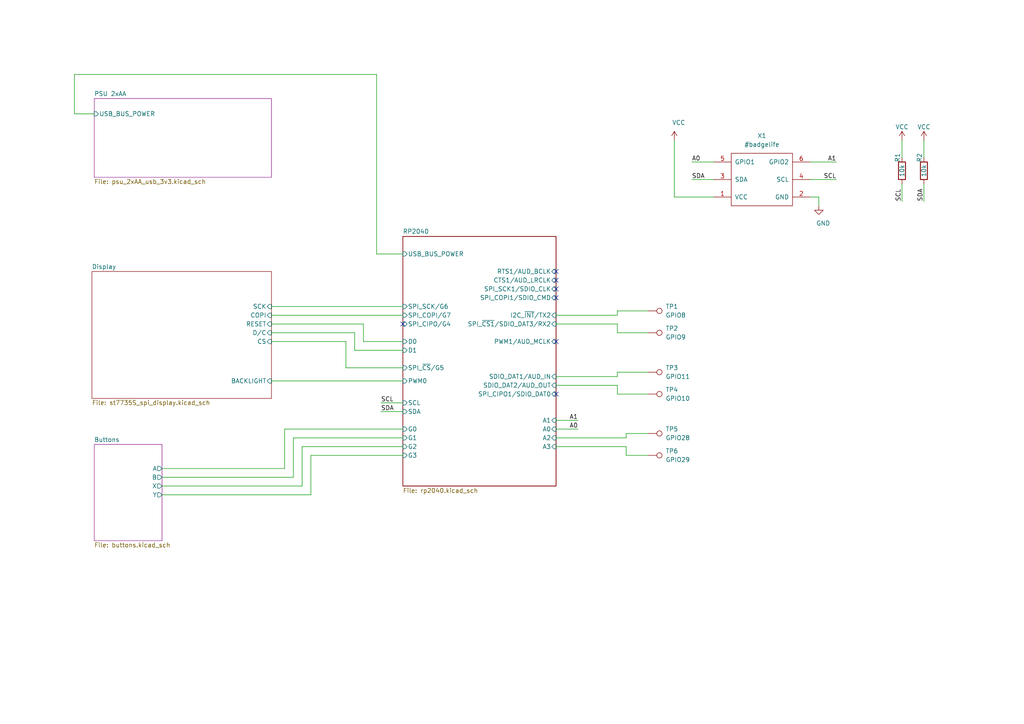
<source format=kicad_sch>
(kicad_sch (version 20211123) (generator eeschema)
  (paper "A4")
  (title_block (title "BornHack 2022 - Game on badge") (date "2022-06-12") (rev "1.0") (company "BornHack") (comment 1 "CC-BY-SA"))
  (lib_symbols
    (symbol "Connector:TestPoint" (pin_numbers hide) (pin_names (offset 0.762) hide)
      (property "Reference" "TP" (at 0 6.858 0))
      (property "Value" "TestPoint" (at 0 5.08 0))
      (symbol "TestPoint_0_1"
        (circle (center 0 3.302) (radius 0.762))
      )
      (symbol "TestPoint_1_1"
        (pin passive line (at 0 0 90) (length 2.54) (name "1") (number "1"))
      )
    )
    (symbol "badgelife_shitty_addon_v169bis:Badgelife_sao_connector_v169bis" (pin_names (offset 1.016))
      (property "Reference" "X" (at 0 0 0))
      (property "Value" "Badgelife_sao_connector_v169bis" (at 0 20.32 0))
      (symbol "Badgelife_sao_connector_v169bis_0_1"
        (rectangle (start -7.62 8.89) (end 7.62 -8.89))
      )
      (symbol "Badgelife_sao_connector_v169bis_1_1"
        (pin input line (at -5.08 13.97 270) (length 5.08) (name "VCC") (number "1"))
        (pin input line (at -5.08 -13.97 90) (length 5.08) (name "GND") (number "2"))
        (pin input line (at 0 13.97 270) (length 5.08) (name "SDA") (number "3"))
        (pin input line (at 0 -13.97 90) (length 5.08) (name "SCL") (number "4"))
        (pin input line (at 5.08 13.97 270) (length 5.08) (name "GPIO1") (number "5"))
        (pin input line (at 5.08 -13.97 90) (length 5.08) (name "GPIO2") (number "6"))
      )
    )
    (symbol "charliedistance-rescue:R-device" (pin_numbers hide) (pin_names (offset 0))
      (property "Reference" "R" (at 2.032 0 90))
      (property "Value" "R-device" (at 0 0 90))
      (symbol "R-device_0_1"
        (rectangle (start -1.016 -2.54) (end 1.016 2.54) (stroke (width 0.254)))
      )
      (symbol "R-device_1_1"
        (pin passive line (at 0 3.81 270) (length 1.27) (name "~") (number "1"))
        (pin passive line (at 0 -3.81 90) (length 1.27) (name "~") (number "2"))
      )
    )
    (symbol "power:GND" (power) (pin_names (offset 0))
      (property "Value" "GND" (at 0 -3.81 0))
      (symbol "GND_0_1"
        (polyline (pts (xy 0 0) (xy 0 -1.27) (xy 1.27 -1.27) (xy 0 -2.54) (xy -1.27 -1.27) (xy 0 -1.27)))
      )
      (symbol "GND_1_1"
        (pin power_in line (at 0 0 270) (length 0) hide (name "GND") (number "1"))
      )
    )
    (symbol "power:VCC" (power) (pin_names (offset 0))
      (property "Value" "VCC" (at 0 3.81 0))
      (symbol "VCC_0_1"
        (polyline (pts (xy -0.762 1.27) (xy 0 2.54)))
        (polyline (pts (xy 0 0) (xy 0 2.54)))
        (polyline (pts (xy 0 2.54) (xy 0.762 1.27)))
      )
      (symbol "VCC_1_1"
        (pin power_in line (at 0 0 90) (length 0) hide (name "VCC") (number "1"))
      )
    )
  )
  (no_connect (at 161.29 114.3))
  (no_connect (at 161.29 99.06))
  (no_connect (at 161.29 86.36))
  (no_connect (at 116.84 93.98))
  (no_connect (at 161.29 78.74))
  (no_connect (at 161.29 81.28))
  (no_connect (at 161.29 83.82))
  (wire (pts (xy 102.87 101.6) (xy 102.87 96.52)))
  (wire (pts (xy 110.49 116.84) (xy 116.84 116.84)))
  (wire (pts (xy 234.95 57.15) (xy 237.49 57.15)))
  (wire (pts (xy 267.97 53.34) (xy 267.97 58.42)))
  (wire (pts (xy 46.99 140.97) (xy 87.63 140.97)))
  (wire (pts (xy 46.99 135.89) (xy 82.55 135.89)))
  (wire (pts (xy 267.97 40.64) (xy 267.97 45.72)))
  (wire (pts (xy 105.41 99.06) (xy 116.84 99.06)))
  (wire (pts (xy 234.95 46.99) (xy 242.57 46.99)))
  (wire (pts (xy 179.07 96.52) (xy 187.96 96.52)))
  (wire (pts (xy 181.61 132.08) (xy 187.96 132.08)))
  (wire (pts (xy 110.49 119.38) (xy 116.84 119.38)))
  (wire (pts (xy 116.84 101.6) (xy 102.87 101.6)))
  (wire (pts (xy 200.66 46.99) (xy 207.01 46.99)))
  (wire (pts (xy 82.55 124.46) (xy 82.55 135.89)))
  (wire (pts (xy 109.22 73.66) (xy 116.84 73.66)))
  (wire (pts (xy 195.58 57.15) (xy 207.01 57.15)))
  (wire (pts (xy 21.59 21.59) (xy 109.22 21.59)))
  (wire (pts (xy 105.41 93.98) (xy 105.41 99.06)))
  (wire (pts (xy 161.29 127) (xy 181.61 127)))
  (wire (pts (xy 179.07 90.17) (xy 187.96 90.17)))
  (wire (pts (xy 27.305 33.02) (xy 21.59 33.02)))
  (wire (pts (xy 85.09 127) (xy 116.84 127)))
  (wire (pts (xy 181.61 127) (xy 181.61 125.73)))
  (wire (pts (xy 200.66 52.07) (xy 207.01 52.07)))
  (wire (pts (xy 78.74 99.06) (xy 100.33 99.06)))
  (wire (pts (xy 102.87 96.52) (xy 78.74 96.52)))
  (wire (pts (xy 90.17 132.08) (xy 116.84 132.08)))
  (wire (pts (xy 21.59 33.02) (xy 21.59 21.59)))
  (wire (pts (xy 161.29 111.76) (xy 179.07 111.76)))
  (wire (pts (xy 78.74 88.9) (xy 116.84 88.9)))
  (wire (pts (xy 85.09 127) (xy 85.09 138.43)))
  (wire (pts (xy 82.55 124.46) (xy 116.84 124.46)))
  (wire (pts (xy 179.07 107.95) (xy 187.96 107.95)))
  (wire (pts (xy 161.29 124.46) (xy 167.64 124.46)))
  (wire (pts (xy 179.07 109.22) (xy 179.07 107.95)))
  (wire (pts (xy 179.07 111.76) (xy 179.07 114.3)))
  (wire (pts (xy 78.74 93.98) (xy 105.41 93.98)))
  (wire (pts (xy 161.29 91.44) (xy 179.07 91.44)))
  (wire (pts (xy 234.95 52.07) (xy 242.57 52.07)))
  (wire (pts (xy 100.33 99.06) (xy 100.33 106.68)))
  (wire (pts (xy 261.62 53.34) (xy 261.62 58.42)))
  (wire (pts (xy 179.07 91.44) (xy 179.07 90.17)))
  (wire (pts (xy 46.99 143.51) (xy 90.17 143.51)))
  (wire (pts (xy 161.29 121.92) (xy 167.64 121.92)))
  (wire (pts (xy 179.07 114.3) (xy 187.96 114.3)))
  (wire (pts (xy 87.63 129.54) (xy 87.63 140.97)))
  (wire (pts (xy 100.33 106.68) (xy 116.84 106.68)))
  (wire (pts (xy 161.29 129.54) (xy 181.61 129.54)))
  (wire (pts (xy 261.62 40.64) (xy 261.62 45.72)))
  (wire (pts (xy 46.99 138.43) (xy 85.09 138.43)))
  (wire (pts (xy 179.07 93.98) (xy 179.07 96.52)))
  (wire (pts (xy 78.74 110.49) (xy 116.84 110.49)))
  (wire (pts (xy 87.63 129.54) (xy 116.84 129.54)))
  (wire (pts (xy 161.29 109.22) (xy 179.07 109.22)))
  (wire (pts (xy 237.49 57.15) (xy 237.49 59.69)))
  (wire (pts (xy 181.61 129.54) (xy 181.61 132.08)))
  (wire (pts (xy 90.17 132.08) (xy 90.17 143.51)))
  (wire (pts (xy 161.29 93.98) (xy 179.07 93.98)))
  (wire (pts (xy 181.61 125.73) (xy 187.96 125.73)))
  (wire (pts (xy 195.58 57.15) (xy 195.58 40.64)))
  (wire (pts (xy 78.74 91.44) (xy 116.84 91.44)))
  (wire (pts (xy 109.22 21.59) (xy 109.22 73.66)))
  (label "SCL" (at 242.57 52.07 180))
  (label "SCL" (at 261.62 58.42 90))
  (label "A0" (at 200.66 46.99 0))
  (label "SCL" (at 110.49 116.84 0))
  (label "SDA" (at 200.66 52.07 0))
  (label "SDA" (at 110.49 119.38 0))
  (label "SDA" (at 267.97 58.42 90))
  (label "A1" (at 242.57 46.99 180))
  (label "A0" (at 167.64 124.46 180))
  (label "A1" (at 167.64 121.92 180))
  (symbol (lib_id "power:VCC") (at 267.97 40.64 0) (unit 1)
    (property "Reference" "#PWR04" (effects hide))
    (property "Value" "VCC" (at 267.97 36.83 0))
  )
  (symbol (lib_id "power:VCC") (at 261.62 40.64 0) (unit 1)
    (property "Reference" "#PWR03" (effects hide))
    (property "Value" "VCC" (at 261.62 36.83 0))
  )
  (symbol (lib_id "Connector:TestPoint") (at 187.96 114.3 270) (unit 1)
    (property "Reference" "TP4" (at 193.04 113.0299 90) (effects (justify left)))
    (property "Value" "GPIO10" (at 193.04 115.5699 90) (effects (justify left)))
    (property "Footprint" "Connectors:PTH_Edge_Proto_Connector" (effects hide))
  )
  (symbol (lib_id "Connector:TestPoint") (at 187.96 132.08 270) (unit 1)
    (property "Reference" "TP6" (at 193.04 130.8099 90) (effects (justify left)))
    (property "Value" "GPIO29" (at 193.04 133.3499 90) (effects (justify left)))
    (property "Footprint" "Connectors:PTH_Edge_Proto_Connector" (effects hide))
  )
  (symbol (lib_id "charliedistance-rescue:R-device") (at 261.62 49.53 0) (unit 1)
    (property "Reference" "R1" (at 260.35 45.72 90))
    (property "Value" "10k" (at 261.62 49.53 90))
    (property "Footprint" "Resistor_SMD:R_0603_1608Metric" (effects hide))
  )
  (symbol (lib_id "Connector:TestPoint") (at 187.96 107.95 270) (unit 1)
    (property "Reference" "TP3" (at 193.04 106.6799 90) (effects (justify left)))
    (property "Value" "GPIO11" (at 193.04 109.2199 90) (effects (justify left)))
    (property "Footprint" "Connectors:PTH_Edge_Proto_Connector" (effects hide))
  )
  (symbol (lib_id "Connector:TestPoint") (at 187.96 125.73 270) (unit 1)
    (property "Reference" "TP5" (at 193.04 124.4599 90) (effects (justify left)))
    (property "Value" "GPIO28" (at 193.04 126.9999 90) (effects (justify left)))
    (property "Footprint" "Connectors:PTH_Edge_Proto_Connector" (effects hide))
  )
  (symbol (lib_id "Connector:TestPoint") (at 187.96 90.17 270) (unit 1)
    (property "Reference" "TP1" (at 193.04 88.8999 90) (effects (justify left)))
    (property "Value" "GPIO8" (at 193.04 91.4399 90) (effects (justify left)))
    (property "Footprint" "Connectors:PTH_Edge_Proto_Connector" (effects hide))
  )
  (symbol (lib_id "power:GND") (at 237.49 59.69 0) (unit 1)
    (property "Reference" "#PWR02" (effects hide))
    (property "Value" "GND" (at 238.76 64.77 0))
  )
  (symbol (lib_id "badgelife_shitty_addon_v169bis:Badgelife_sao_connector_v169bis") (at 220.98 52.07 90) (unit 1)
    (property "Reference" "X1" (at 220.98 39.37 90))
    (property "Value" "#badgelife" (at 220.98 41.91 90))
    (property "Footprint" "badgelife_sao_v169bis:Badgelife-SAOv169-BADGE-2x3" (effects hide))
  )
  (symbol (lib_id "Connector:TestPoint") (at 187.96 96.52 270) (unit 1)
    (property "Reference" "TP2" (at 193.04 95.2499 90) (effects (justify left)))
    (property "Value" "GPIO9" (at 193.04 97.7899 90) (effects (justify left)))
    (property "Footprint" "Connectors:PTH_Edge_Proto_Connector" (effects hide))
  )
  (symbol (lib_id "charliedistance-rescue:R-device") (at 267.97 49.53 0) (unit 1)
    (property "Reference" "R2" (at 266.7 45.72 90))
    (property "Value" "10k" (at 267.97 49.53 90))
    (property "Footprint" "Resistor_SMD:R_0603_1608Metric" (effects hide))
  )
  (symbol (lib_id "power:VCC") (at 195.58 40.64 0) (unit 1)
    (property "Reference" "#PWR01" (effects hide))
    (property "Value" "VCC" (at 196.85 35.56 0))
  )
  (sheet (at 116.84 68.58) (size 44.45 72.39) (stroke (width 0.1524))
    (property "Sheet name" "RP2040" (at 116.84 67.8684 0) (effects (justify left bottom)))
    (property "Sheet file" "rp2040.kicad_sch" (at 116.84 141.5546 0) (effects (justify left top)))
    (pin "RTS1{slash}AUD_BCLK" input (at 161.29 78.74 0))
    (pin "CTS1{slash}AUD_LRCLK" input (at 161.29 81.28 0))
    (pin "SPI_SCK1{slash}SDIO_CLK" input (at 161.29 83.82 0))
    (pin "SPI_COPI1{slash}SDIO_CMD" input (at 161.29 86.36 0))
    (pin "G1" input (at 116.84 127 180))
    (pin "G2" input (at 116.84 129.54 180))
    (pin "G0" input (at 116.84 124.46 180))
    (pin "G3" input (at 116.84 132.08 180))
    (pin "D0" input (at 116.84 99.06 180))
    (pin "D1" input (at 116.84 101.6 180))
    (pin "SCL" input (at 116.84 116.84 180))
    (pin "SDA" input (at 116.84 119.38 180))
    (pin "SDIO_DAT1{slash}AUD_IN" input (at 161.29 109.22 0))
    (pin "SDIO_DAT2{slash}AUD_OUT" input (at 161.29 111.76 0))
    (pin "PWM0" input (at 116.84 110.49 180))
    (pin "SPI_CIPO1{slash}SDIO_DAT0" input (at 161.29 114.3 0))
    (pin "SPI_~{CS1}{slash}SDIO_DAT3{slash}RX2" input (at 161.29 93.98 0))
    (pin "SPI_COPI{slash}G7" input (at 116.84 91.44 180))
    (pin "SPI_SCK{slash}G6" input (at 116.84 88.9 180))
    (pin "PWM1{slash}AUD_MCLK" input (at 161.29 99.06 0))
    (pin "SPI_~{CS}{slash}G5" input (at 116.84 106.68 180))
    (pin "A0" input (at 161.29 124.46 0))
    (pin "A1" input (at 161.29 121.92 0))
    (pin "USB_BUS_POWER" input (at 116.84 73.66 180))
    (pin "SPI_CIPO{slash}G4" input (at 116.84 93.98 180))
    (pin "A2" input (at 161.29 127 0))
    (pin "A3" input (at 161.29 129.54 0))
    (pin "I2C_~{INT}{slash}TX2" input (at 161.29 91.44 0))
  )
  (sheet (at 27.305 28.575) (size 51.435 22.86) (stroke (width 0.0006) (color 132 0 132 1)) (fill (color 255 255 255 0.0000))
    (property "Sheet name" "PSU 2xAA" (at 27.305 27.9393 0) (effects (justify left bottom)))
    (property "Sheet file" "psu_2xAA_usb_3v3.kicad_sch" (at 27.305 51.9437 0) (effects (justify left top)))
    (pin "USB_BUS_POWER" input (at 27.305 33.02 180))
  )
  (sheet (at 27.305 128.905) (size 19.685 27.94) (stroke (width 0.0006) (color 132 0 132 1)) (fill (color 255 255 255 0.0000))
    (property "Sheet name" "Buttons" (at 27.305 128.2693 0) (effects (justify left bottom)))
    (property "Sheet file" "buttons.kicad_sch" (at 27.305 157.3537 0) (effects (justify left top)))
    (pin "Y" output (at 46.99 143.51 0))
    (pin "X" output (at 46.99 140.97 0))
    (pin "B" output (at 46.99 138.43 0))
    (pin "A" output (at 46.99 135.89 0))
  )
  (sheet (at 26.67 78.74) (size 52.07 36.83) (stroke (width 0.0006))
    (property "Sheet name" "Display" (at 26.67 78.1043 0) (effects (justify left bottom)))
    (property "Sheet file" "st7735S_spi_display.kicad_sch" (at 26.67 116.0787 0) (effects (justify left top)))
    (pin "BACKLIGHT" input (at 78.74 110.49 0))
    (pin "CS" input (at 78.74 99.06 0))
    (pin "D{slash}C" input (at 78.74 96.52 0))
    (pin "RESET" input (at 78.74 93.98 0))
    (pin "COPI" input (at 78.74 91.44 0))
    (pin "SCK" input (at 78.74 88.9 0))
  )
)
</source>
